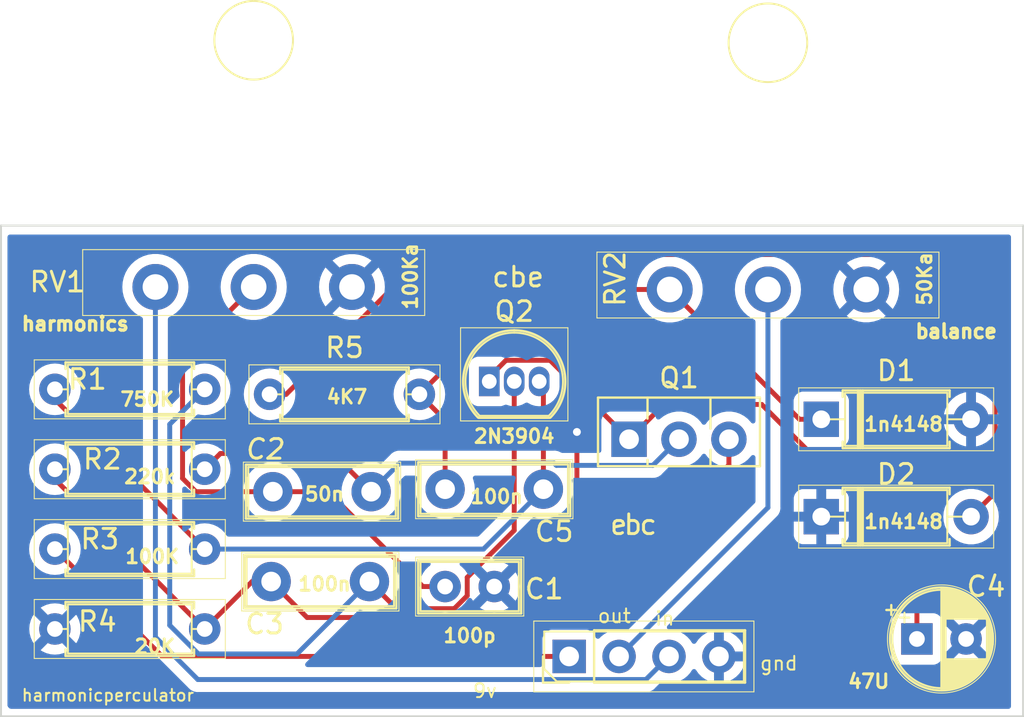
<source format=kicad_pcb>
(kicad_pcb (version 20221018) (generator pcbnew)
  (layers (0 "F.Cu" signal) (31 "B.Cu" signal) (34 "B.Paste" user) (35 "F.Paste" user) (36 "B.SilkS" user "B.Silkscreen") (37 "F.SilkS" user "F.Silkscreen") (38 "B.Mask" user) (39 "F.Mask" user) (44 "Edge.Cuts" user))
  (net 0 "")
  (net 1 "Net-(C1-Pad1)")
  (net 2 "GND")
  (net 3 "Net-(Q1-B)")
  (net 4 "Net-(Q1-E)")
  (net 5 "Net-(Q2-B)")
  (net 6 "Net-(Q1-C)")
  (net 7 "Net-(D1-K)")
  (net 8 "Net-(Q2-C)")
  (net 9 "Net-(D2-A)")
  (net 10 "9V")
  (net 11 "OUT")
  (net 12 "IN")
  (footprint "Resistor_THT:R_Axial_DIN0207_L6.3mm_D2.5mm_P7.62mm_Horizontal" (layer "F.Cu") (at 102.743 120.523)
    (fp_text reference "R4" (at 2.159 -0.381) (layer "F.SilkS"))
    (fp_text value "20K" (at 5.08 0.889) (layer "F.SilkS") (effects (font (size 0.7 0.7))))
    (fp_line (start -1.05 -1.5) (end -1.05 1.5) (stroke (width 0.05)) (layer "F.SilkS"))
    (fp_line (start -1.05 1.5) (end 8.67 1.5) (stroke (width 0.05)) (layer "F.SilkS"))
    (fp_line (start 0 0) (end 0.66 0) (stroke (width 0.1)) (layer "F.SilkS"))
    (fp_line (start 0.54 -1.37) (end 7.08 -1.37) (stroke (width 0.12)) (layer "F.SilkS"))
    (fp_line (start 0.54 -1.04) (end 0.54 -1.37) (stroke (width 0.12)) (layer "F.SilkS"))
    (fp_line (start 0.54 1.04) (end 0.54 1.37) (stroke (width 0.12)) (layer "F.SilkS"))
    (fp_line (start 0.54 1.37) (end 7.08 1.37) (stroke (width 0.12)) (layer "F.SilkS"))
    (fp_line (start 0.66 -1.25) (end 0.66 1.25) (stroke (width 0.1)) (layer "F.SilkS"))
    (fp_line (start 0.66 1.25) (end 6.96 1.25) (stroke (width 0.1)) (layer "F.SilkS"))
    (fp_line (start 6.96 -1.25) (end 0.66 -1.25) (stroke (width 0.1)) (layer "F.SilkS"))
    (fp_line (start 6.96 1.25) (end 6.96 -1.25) (stroke (width 0.1)) (layer "F.SilkS"))
    (fp_line (start 7.08 -1.37) (end 7.08 -1.04) (stroke (width 0.12)) (layer "F.SilkS"))
    (fp_line (start 7.08 1.37) (end 7.08 1.04) (stroke (width 0.12)) (layer "F.SilkS"))
    (fp_line (start 7.62 0) (end 6.96 0) (stroke (width 0.1)) (layer "F.SilkS"))
    (fp_line (start 8.67 -1.5) (end -1.05 -1.5) (stroke (width 0.05)) (layer "F.SilkS"))
    (fp_line (start 8.67 1.5) (end 8.67 -1.5) (stroke (width 0.05)) (layer "F.SilkS"))
    (pad "1" thru_hole circle (at 0 0) (size 1.6 1.6) (drill 0.8) (layers "*.Cu" "*.Mask") (net 2 "GND"))
    (pad "2" thru_hole oval (at 7.62 0) (size 1.6 1.6) (drill 0.8) (layers "*.Cu" "*.Mask") (net 6 "Net-(Q1-C)"))
  )
  (footprint "pedals:Pot_Underside" (layer "F.Cu") (at 144.018 103.251 90)
    (fp_text reference "RV2" (at 0.538 -12.774 90) (layer "F.SilkS"))
    (fp_text value "50Ka" (at 0.538 2.974 90) (layer "F.SilkS") (effects (font (size 0.7 0.7))))
    (fp_line (start -1.45 -13.7) (end -1.45 3.7) (stroke (width 0.05)) (layer "F.SilkS"))
    (fp_line (start -1.45 3.7) (end 1.9 3.7) (stroke (width 0.05)) (layer "F.SilkS"))
    (fp_line (start 1.9 -13.7) (end -1.45 -13.7) (stroke (width 0.05)) (layer "F.SilkS"))
    (fp_line (start 1.9 3.7) (end 1.9 -13.7) (stroke (width 0.05)) (layer "F.SilkS"))
    (fp_circle (center 12.55 -5) (end 14.55 -5) (stroke (width 0.1)) (fill none) (layer "F.SilkS"))
    (pad "1" thru_hole circle (at 0 0 90) (size 2.34 2.34) (drill 1.3) (layers "*.Cu" "*.Mask") (net 2 "GND"))
    (pad "2" thru_hole circle (at 0 -5 90) (size 2.34 2.34) (drill 1.3) (layers "*.Cu" "*.Mask") (net 11 "OUT"))
    (pad "3" thru_hole circle (at 0 -10 90) (size 2.34 2.34) (drill 1.3) (layers "*.Cu" "*.Mask") (net 7 "Net-(D1-K)"))
  )
  (footprint "Capacitor_THT:C_Disc_D7.5mm_W2.5mm_P5.00mm" (layer "F.Cu") (at 122.595 113.411)
    (fp_text reference "C5" (at 5.548 2.159) (layer "F.SilkS"))
    (fp_text value "100n" (at 2.627 0.381) (layer "F.SilkS") (effects (font (size 0.7 0.7))))
    (fp_line (start -1.5 -1.5) (end -1.5 1.5) (stroke (width 0.05)) (layer "F.SilkS"))
    (fp_line (start -1.5 1.5) (end 6.5 1.5) (stroke (width 0.05)) (layer "F.SilkS"))
    (fp_line (start -1.37 -1.37) (end -1.37 1.37) (stroke (width 0.12)) (layer "F.SilkS"))
    (fp_line (start -1.37 -1.37) (end 6.37 -1.37) (stroke (width 0.12)) (layer "F.SilkS"))
    (fp_line (start -1.37 1.37) (end 6.37 1.37) (stroke (width 0.12)) (layer "F.SilkS"))
    (fp_line (start -1.25 -1.25) (end -1.25 1.25) (stroke (width 0.1)) (layer "F.SilkS"))
    (fp_line (start -1.25 1.25) (end 6.25 1.25) (stroke (width 0.1)) (layer "F.SilkS"))
    (fp_line (start 6.25 -1.25) (end -1.25 -1.25) (stroke (width 0.1)) (layer "F.SilkS"))
    (fp_line (start 6.25 1.25) (end 6.25 -1.25) (stroke (width 0.1)) (layer "F.SilkS"))
    (fp_line (start 6.37 -1.37) (end 6.37 1.37) (stroke (width 0.12)) (layer "F.SilkS"))
    (fp_line (start 6.5 -1.5) (end -1.5 -1.5) (stroke (width 0.05)) (layer "F.SilkS"))
    (fp_line (start 6.5 1.5) (end 6.5 -1.5) (stroke (width 0.05)) (layer "F.SilkS"))
    (pad "1" thru_hole circle (at 0 0) (size 2 2) (drill 1) (layers "*.Cu" "*.Mask") (net 7 "Net-(D1-K)"))
    (pad "2" thru_hole circle (at 5 0) (size 2 2) (drill 1) (layers "*.Cu" "*.Mask") (net 8 "Net-(Q2-C)"))
  )
  (footprint "Capacitor_THT:C_Disc_D5.0mm_W2.5mm_P2.50mm" (layer "F.Cu") (at 122.595 118.364)
    (fp_text reference "C1" (at 5.04 0.127) (layer "F.SilkS"))
    (fp_text value "100p" (at 1.25 2.5) (layer "F.SilkS") (effects (font (size 0.7 0.7))))
    (fp_line (start -1.5 -1.5) (end -1.5 1.5) (stroke (width 0.05)) (layer "F.SilkS"))
    (fp_line (start -1.5 1.5) (end 4 1.5) (stroke (width 0.05)) (layer "F.SilkS"))
    (fp_line (start -1.37 -1.37) (end -1.37 1.37) (stroke (width 0.12)) (layer "F.SilkS"))
    (fp_line (start -1.37 -1.37) (end 3.87 -1.37) (stroke (width 0.12)) (layer "F.SilkS"))
    (fp_line (start -1.37 1.37) (end 3.87 1.37) (stroke (width 0.12)) (layer "F.SilkS"))
    (fp_line (start -1.25 -1.25) (end -1.25 1.25) (stroke (width 0.1)) (layer "F.SilkS"))
    (fp_line (start -1.25 1.25) (end 3.75 1.25) (stroke (width 0.1)) (layer "F.SilkS"))
    (fp_line (start 3.75 -1.25) (end -1.25 -1.25) (stroke (width 0.1)) (layer "F.SilkS"))
    (fp_line (start 3.75 1.25) (end 3.75 -1.25) (stroke (width 0.1)) (layer "F.SilkS"))
    (fp_line (start 3.87 -1.37) (end 3.87 1.37) (stroke (width 0.12)) (layer "F.SilkS"))
    (fp_line (start 4 -1.5) (end -1.5 -1.5) (stroke (width 0.05)) (layer "F.SilkS"))
    (fp_line (start 4 1.5) (end 4 -1.5) (stroke (width 0.05)) (layer "F.SilkS"))
    (pad "1" thru_hole circle (at 0 0) (size 1.6 1.6) (drill 0.8) (layers "*.Cu" "*.Mask") (net 1 "Net-(C1-Pad1)"))
    (pad "2" thru_hole circle (at 2.5 0) (size 1.6 1.6) (drill 0.8) (layers "*.Cu" "*.Mask") (net 2 "GND"))
  )
  (footprint "Connector_PinHeader_2.54mm:PinHeader_1x04_P2.54mm_Vertical" (layer "F.Cu") (at 128.905 121.92 90)
    (fp_text reference "J1" hide)
    (fp_text value "Conn_01x04_Female" hide)
    (fp_line (start -1.8 -1.8) (end -1.8 9.4) (stroke (width 0.05)) (layer "F.SilkS"))
    (fp_line (start -1.8 9.4) (end 1.8 9.4) (stroke (width 0.05)) (layer "F.SilkS"))
    (fp_line (start -1.33 -1.33) (end 0 -1.33) (stroke (width 0.12)) (layer "F.SilkS"))
    (fp_line (start -1.33 0) (end -1.33 -1.33) (stroke (width 0.12)) (layer "F.SilkS"))
    (fp_line (start -1.33 1.27) (end -1.33 8.95) (stroke (width 0.12)) (layer "F.SilkS"))
    (fp_line (start -1.33 1.27) (end 1.33 1.27) (stroke (width 0.12)) (layer "F.SilkS"))
    (fp_line (start -1.33 8.95) (end 1.33 8.95) (stroke (width 0.12)) (layer "F.SilkS"))
    (fp_line (start -1.27 -0.635) (end -0.635 -1.27) (stroke (width 0.1)) (layer "F.SilkS"))
    (fp_line (start -1.27 8.89) (end -1.27 -0.635) (stroke (width 0.1)) (layer "F.SilkS"))
    (fp_line (start -0.635 -1.27) (end 1.27 -1.27) (stroke (width 0.1)) (layer "F.SilkS"))
    (fp_line (start 1.27 -1.27) (end 1.27 8.89) (stroke (width 0.1)) (layer "F.SilkS"))
    (fp_line (start 1.27 8.89) (end -1.27 8.89) (stroke (width 0.1)) (layer "F.SilkS"))
    (fp_line (start 1.33 1.27) (end 1.33 8.95) (stroke (width 0.12)) (layer "F.SilkS"))
    (fp_line (start 1.8 -1.8) (end -1.8 -1.8) (stroke (width 0.05)) (layer "F.SilkS"))
    (fp_line (start 1.8 9.4) (end 1.8 -1.8) (stroke (width 0.05)) (layer "F.SilkS"))
    (pad "1" thru_hole rect (at 0 0 90) (size 1.7 1.7) (drill 1) (layers "*.Cu" "*.Mask") (net 10 "9V"))
    (pad "2" thru_hole oval (at 0 2.54 90) (size 1.7 1.7) (drill 1) (layers "*.Cu" "*.Mask") (net 11 "OUT"))
    (pad "3" thru_hole oval (at 0 5.08 90) (size 1.7 1.7) (drill 1) (layers "*.Cu" "*.Mask") (net 12 "IN"))
    (pad "4" thru_hole oval (at 0 7.62 90) (size 1.7 1.7) (drill 1) (layers "*.Cu" "*.Mask") (net 2 "GND"))
  )
  (footprint "Package_TO_SOT_THT:TO-92_Inline" (layer "F.Cu") (at 124.841 107.929)
    (fp_text reference "Q2" (at 1.27 -3.56) (layer "F.SilkS"))
    (fp_text value "2N3904" (at 1.27 2.79) (layer "F.SilkS") (effects (font (size 0.7 0.7))))
    (fp_line (start -1.46 -2.73) (end -1.46 2.01) (stroke (width 0.05)) (layer "F.SilkS"))
    (fp_line (start -1.46 -2.73) (end 4 -2.73) (stroke (width 0.05)) (layer "F.SilkS"))
    (fp_line (start -0.53 1.85) (end 3.07 1.85) (stroke (width 0.12)) (layer "F.SilkS"))
    (fp_line (start -0.5 1.75) (end 3 1.75) (stroke (width 0.1)) (layer "F.SilkS"))
    (fp_line (start 4 2.01) (end -1.46 2.01) (stroke (width 0.05)) (layer "F.SilkS"))
    (fp_line (start 4 2.01) (end 4 -2.73) (stroke (width 0.05)) (layer "F.SilkS"))
    (fp_arc (start -0.568478 1.838478) (mid -1.132087 -0.994977) (end 1.27 -2.6) (stroke (width 0.12)) (layer "F.SilkS"))
    (fp_arc (start -0.483625 1.753625) (mid -1.021221 -0.949055) (end 1.27 -2.48) (stroke (width 0.1)) (layer "F.SilkS"))
    (fp_arc (start 1.27 -2.6) (mid 3.672087 -0.994977) (end 3.108478 1.838478) (stroke (width 0.12)) (layer "F.SilkS"))
    (fp_arc (start 1.27 -2.48) (mid 3.561221 -0.949055) (end 3.023625 1.753625) (stroke (width 0.1)) (layer "F.SilkS"))
    (pad "1" thru_hole rect (at 0 0) (size 1.05 1.5) (drill 0.75) (layers "*.Cu" "*.Mask") (net 4 "Net-(Q1-E)"))
    (pad "2" thru_hole oval (at 1.27 0) (size 1.05 1.5) (drill 0.75) (layers "*.Cu" "*.Mask") (net 5 "Net-(Q2-B)"))
    (pad "3" thru_hole oval (at 2.54 0) (size 1.05 1.5) (drill 0.75) (layers "*.Cu" "*.Mask") (net 8 "Net-(Q2-C)"))
  )
  (footprint "Capacitor_THT:CP_Radial_D5.0mm_P2.50mm" (layer "F.Cu") (at 146.598 121.031)
    (fp_text reference "C4" (at 3.516 -2.667) (layer "F.SilkS"))
    (fp_text value "47U" (at -2.453 2.159) (layer "F.SilkS") (effects (font (size 0.7 0.7))))
    (fp_line (start -1.554775 -1.475) (end -1.054775 -1.475) (stroke (width 0.12)) (layer "F.SilkS"))
    (fp_line (start -1.304775 -1.725) (end -1.304775 -1.225) (stroke (width 0.12)) (layer "F.SilkS"))
    (fp_line (start -0.883605 -1.0875) (end -0.383605 -1.0875) (stroke (width 0.1)) (layer "F.SilkS"))
    (fp_line (start -0.633605 -1.3375) (end -0.633605 -0.8375) (stroke (width 0.1)) (layer "F.SilkS"))
    (fp_line (start 1.25 -2.58) (end 1.25 2.58) (stroke (width 0.12)) (layer "F.SilkS"))
    (fp_line (start 1.29 -2.58) (end 1.29 2.58) (stroke (width 0.12)) (layer "F.SilkS"))
    (fp_line (start 1.33 -2.579) (end 1.33 2.579) (stroke (width 0.12)) (layer "F.SilkS"))
    (fp_line (start 1.37 -2.578) (end 1.37 2.578) (stroke (width 0.12)) (layer "F.SilkS"))
    (fp_line (start 1.41 -2.576) (end 1.41 2.576) (stroke (width 0.12)) (layer "F.SilkS"))
    (fp_line (start 1.45 -2.573) (end 1.45 2.573) (stroke (width 0.12)) (layer "F.SilkS"))
    (fp_line (start 1.49 -2.569) (end 1.49 -1.04) (stroke (width 0.12)) (layer "F.SilkS"))
    (fp_line (start 1.49 1.04) (end 1.49 2.569) (stroke (width 0.12)) (layer "F.SilkS"))
    (fp_line (start 1.53 -2.565) (end 1.53 -1.04) (stroke (width 0.12)) (layer "F.SilkS"))
    (fp_line (start 1.53 1.04) (end 1.53 2.565) (stroke (width 0.12)) (layer "F.SilkS"))
    (fp_line (start 1.57 -2.561) (end 1.57 -1.04) (stroke (width 0.12)) (layer "F.SilkS"))
    (fp_line (start 1.57 1.04) (end 1.57 2.561) (stroke (width 0.12)) (layer "F.SilkS"))
    (fp_line (start 1.61 -2.556) (end 1.61 -1.04) (stroke (width 0.12)) (layer "F.SilkS"))
    (fp_line (start 1.61 1.04) (end 1.61 2.556) (stroke (width 0.12)) (layer "F.SilkS"))
    (fp_line (start 1.65 -2.55) (end 1.65 -1.04) (stroke (width 0.12)) (layer "F.SilkS"))
    (fp_line (start 1.65 1.04) (end 1.65 2.55) (stroke (width 0.12)) (layer "F.SilkS"))
    (fp_line (start 1.69 -2.543) (end 1.69 -1.04) (stroke (width 0.12)) (layer "F.SilkS"))
    (fp_line (start 1.69 1.04) (end 1.69 2.543) (stroke (width 0.12)) (layer "F.SilkS"))
    (fp_line (start 1.73 -2.536) (end 1.73 -1.04) (stroke (width 0.12)) (layer "F.SilkS"))
    (fp_line (start 1.73 1.04) (end 1.73 2.536) (stroke (width 0.12)) (layer "F.SilkS"))
    (fp_line (start 1.77 -2.528) (end 1.77 -1.04) (stroke (width 0.12)) (layer "F.SilkS"))
    (fp_line (start 1.77 1.04) (end 1.77 2.528) (stroke (width 0.12)) (layer "F.SilkS"))
    (fp_line (start 1.81 -2.52) (end 1.81 -1.04) (stroke (width 0.12)) (layer "F.SilkS"))
    (fp_line (start 1.81 1.04) (end 1.81 2.52) (stroke (width 0.12)) (layer "F.SilkS"))
    (fp_line (start 1.85 -2.511) (end 1.85 -1.04) (stroke (width 0.12)) (layer "F.SilkS"))
    (fp_line (start 1.85 1.04) (end 1.85 2.511) (stroke (width 0.12)) (layer "F.SilkS"))
    (fp_line (start 1.89 -2.501) (end 1.89 -1.04) (stroke (width 0.12)) (layer "F.SilkS"))
    (fp_line (start 1.89 1.04) (end 1.89 2.501) (stroke (width 0.12)) (layer "F.SilkS"))
    (fp_line (start 1.93 -2.491) (end 1.93 -1.04) (stroke (width 0.12)) (layer "F.SilkS"))
    (fp_line (start 1.93 1.04) (end 1.93 2.491) (stroke (width 0.12)) (layer "F.SilkS"))
    (fp_line (start 1.971 -2.48) (end 1.971 -1.04) (stroke (width 0.12)) (layer "F.SilkS"))
    (fp_line (start 1.971 1.04) (end 1.971 2.48) (stroke (width 0.12)) (layer "F.SilkS"))
    (fp_line (start 2.011 -2.468) (end 2.011 -1.04) (stroke (width 0.12)) (layer "F.SilkS"))
    (fp_line (start 2.011 1.04) (end 2.011 2.468) (stroke (width 0.12)) (layer "F.SilkS"))
    (fp_line (start 2.051 -2.455) (end 2.051 -1.04) (stroke (width 0.12)) (layer "F.SilkS"))
    (fp_line (start 2.051 1.04) (end 2.051 2.455) (stroke (width 0.12)) (layer "F.SilkS"))
    (fp_line (start 2.091 -2.442) (end 2.091 -1.04) (stroke (width 0.12)) (layer "F.SilkS"))
    (fp_line (start 2.091 1.04) (end 2.091 2.442) (stroke (width 0.12)) (layer "F.SilkS"))
    (fp_line (start 2.131 -2.428) (end 2.131 -1.04) (stroke (width 0.12)) (layer "F.SilkS"))
    (fp_line (start 2.131 1.04) (end 2.131 2.428) (stroke (width 0.12)) (layer "F.SilkS"))
    (fp_line (start 2.171 -2.414) (end 2.171 -1.04) (stroke (width 0.12)) (layer "F.SilkS"))
    (fp_line (start 2.171 1.04) (end 2.171 2.414) (stroke (width 0.12)) (layer "F.SilkS"))
    (fp_line (start 2.211 -2.398) (end 2.211 -1.04) (stroke (width 0.12)) (layer "F.SilkS"))
    (fp_line (start 2.211 1.04) (end 2.211 2.398) (stroke (width 0.12)) (layer "F.SilkS"))
    (fp_line (start 2.251 -2.382) (end 2.251 -1.04) (stroke (width 0.12)) (layer "F.SilkS"))
    (fp_line (start 2.251 1.04) (end 2.251 2.382) (stroke (width 0.12)) (layer "F.SilkS"))
    (fp_line (start 2.291 -2.365) (end 2.291 -1.04) (stroke (width 0.12)) (layer "F.SilkS"))
    (fp_line (start 2.291 1.04) (end 2.291 2.365) (stroke (width 0.12)) (layer "F.SilkS"))
    (fp_line (start 2.331 -2.348) (end 2.331 -1.04) (stroke (width 0.12)) (layer "F.SilkS"))
    (fp_line (start 2.331 1.04) (end 2.331 2.348) (stroke (width 0.12)) (layer "F.SilkS"))
    (fp_line (start 2.371 -2.329) (end 2.371 -1.04) (stroke (width 0.12)) (layer "F.SilkS"))
    (fp_line (start 2.371 1.04) (end 2.371 2.329) (stroke (width 0.12)) (layer "F.SilkS"))
    (fp_line (start 2.411 -2.31) (end 2.411 -1.04) (stroke (width 0.12)) (layer "F.SilkS"))
    (fp_line (start 2.411 1.04) (end 2.411 2.31) (stroke (width 0.12)) (layer "F.SilkS"))
    (fp_line (start 2.451 -2.29) (end 2.451 -1.04) (stroke (width 0.12)) (layer "F.SilkS"))
    (fp_line (start 2.451 1.04) (end 2.451 2.29) (stroke (width 0.12)) (layer "F.SilkS"))
    (fp_line (start 2.491 -2.268) (end 2.491 -1.04) (stroke (width 0.12)) (layer "F.SilkS"))
    (fp_line (start 2.491 1.04) (end 2.491 2.268) (stroke (width 0.12)) (layer "F.SilkS"))
    (fp_line (start 2.531 -2.247) (end 2.531 -1.04) (stroke (width 0.12)) (layer "F.SilkS"))
    (fp_line (start 2.531 1.04) (end 2.531 2.247) (stroke (width 0.12)) (layer "F.SilkS"))
    (fp_line (start 2.571 -2.224) (end 2.571 -1.04) (stroke (width 0.12)) (layer "F.SilkS"))
    (fp_line (start 2.571 1.04) (end 2.571 2.224) (stroke (width 0.12)) (layer "F.SilkS"))
    (fp_line (start 2.611 -2.2) (end 2.611 -1.04) (stroke (width 0.12)) (layer "F.SilkS"))
    (fp_line (start 2.611 1.04) (end 2.611 2.2) (stroke (width 0.12)) (layer "F.SilkS"))
    (fp_line (start 2.651 -2.175) (end 2.651 -1.04) (stroke (width 0.12)) (layer "F.SilkS"))
    (fp_line (start 2.651 1.04) (end 2.651 2.175) (stroke (width 0.12)) (layer "F.SilkS"))
    (fp_line (start 2.691 -2.149) (end 2.691 -1.04) (stroke (width 0.12)) (layer "F.SilkS"))
    (fp_line (start 2.691 1.04) (end 2.691 2.149) (stroke (width 0.12)) (layer "F.SilkS"))
    (fp_line (start 2.731 -2.122) (end 2.731 -1.04) (stroke (width 0.12)) (layer "F.SilkS"))
    (fp_line (start 2.731 1.04) (end 2.731 2.122) (stroke (width 0.12)) (layer "F.SilkS"))
    (fp_line (start 2.771 -2.095) (end 2.771 -1.04) (stroke (width 0.12)) (layer "F.SilkS"))
    (fp_line (start 2.771 1.04) (end 2.771 2.095) (stroke (width 0.12)) (layer "F.SilkS"))
    (fp_line (start 2.811 -2.065) (end 2.811 -1.04) (stroke (width 0.12)) (layer "F.SilkS"))
    (fp_line (start 2.811 1.04) (end 2.811 2.065) (stroke (width 0.12)) (layer "F.SilkS"))
    (fp_line (start 2.851 -2.035) (end 2.851 -1.04) (stroke (width 0.12)) (layer "F.SilkS"))
    (fp_line (start 2.851 1.04) (end 2.851 2.035) (stroke (width 0.12)) (layer "F.SilkS"))
    (fp_line (start 2.891 -2.004) (end 2.891 -1.04) (stroke (width 0.12)) (layer "F.SilkS"))
    (fp_line (start 2.891 1.04) (end 2.891 2.004) (stroke (width 0.12)) (layer "F.SilkS"))
    (fp_line (start 2.931 -1.971) (end 2.931 -1.04) (stroke (width 0.12)) (layer "F.SilkS"))
    (fp_line (start 2.931 1.04) (end 2.931 1.971) (stroke (width 0.12)) (layer "F.SilkS"))
    (fp_line (start 2.971 -1.937) (end 2.971 -1.04) (stroke (width 0.12)) (layer "F.SilkS"))
    (fp_line (start 2.971 1.04) (end 2.971 1.937) (stroke (width 0.12)) (layer "F.SilkS"))
    (fp_line (start 3.011 -1.901) (end 3.011 -1.04) (stroke (width 0.12)) (layer "F.SilkS"))
    (fp_line (start 3.011 1.04) (end 3.011 1.901) (stroke (width 0.12)) (layer "F.SilkS"))
    (fp_line (start 3.051 -1.864) (end 3.051 -1.04) (stroke (width 0.12)) (layer "F.SilkS"))
    (fp_line (start 3.051 1.04) (end 3.051 1.864) (stroke (width 0.12)) (layer "F.SilkS"))
    (fp_line (start 3.091 -1.826) (end 3.091 -1.04) (stroke (width 0.12)) (layer "F.SilkS"))
    (fp_line (start 3.091 1.04) (end 3.091 1.826) (stroke (width 0.12)) (layer "F.SilkS"))
    (fp_line (start 3.131 -1.785) (end 3.131 -1.04) (stroke (width 0.12)) (layer "F.SilkS"))
    (fp_line (start 3.131 1.04) (end 3.131 1.785) (stroke (width 0.12)) (layer "F.SilkS"))
    (fp_line (start 3.171 -1.743) (end 3.171 -1.04) (stroke (width 0.12)) (layer "F.SilkS"))
    (fp_line (start 3.171 1.04) (end 3.171 1.743) (stroke (width 0.12)) (layer "F.SilkS"))
    (fp_line (start 3.211 -1.699) (end 3.211 -1.04) (stroke (width 0.12)) (layer "F.SilkS"))
    (fp_line (start 3.211 1.04) (end 3.211 1.699) (stroke (width 0.12)) (layer "F.SilkS"))
    (fp_line (start 3.251 -1.653) (end 3.251 -1.04) (stroke (width 0.12)) (layer "F.SilkS"))
    (fp_line (start 3.251 1.04) (end 3.251 1.653) (stroke (width 0.12)) (layer "F.SilkS"))
    (fp_line (start 3.291 -1.605) (end 3.291 -1.04) (stroke (width 0.12)) (layer "F.SilkS"))
    (fp_line (start 3.291 1.04) (end 3.291 1.605) (stroke (width 0.12)) (layer "F.SilkS"))
    (fp_line (start 3.331 -1.554) (end 3.331 -1.04) (stroke (width 0.12)) (layer "F.SilkS"))
    (fp_line (start 3.331 1.04) (end 3.331 1.554) (stroke (width 0.12)) (layer "F.SilkS"))
    (fp_line (start 3.371 -1.5) (end 3.371 -1.04) (stroke (width 0.12)) (layer "F.SilkS"))
    (fp_line (start 3.371 1.04) (end 3.371 1.5) (stroke (width 0.12)) (layer "F.SilkS"))
    (fp_line (start 3.411 -1.443) (end 3.411 -1.04) (stroke (width 0.12)) (layer "F.SilkS"))
    (fp_line (start 3.411 1.04) (end 3.411 1.443) (stroke (width 0.12)) (layer "F.SilkS"))
    (fp_line (start 3.451 -1.383) (end 3.451 -1.04) (stroke (width 0.12)) (layer "F.SilkS"))
    (fp_line (start 3.451 1.04) (end 3.451 1.383) (stroke (width 0.12)) (layer "F.SilkS"))
    (fp_line (start 3.491 -1.319) (end 3.491 -1.04) (stroke (width 0.12)) (layer "F.SilkS"))
    (fp_line (start 3.491 1.04) (end 3.491 1.319) (stroke (width 0.12)) (layer "F.SilkS"))
    (fp_line (start 3.531 -1.251) (end 3.531 -1.04) (stroke (width 0.12)) (layer "F.SilkS"))
    (fp_line (start 3.531 1.04) (end 3.531 1.251) (stroke (width 0.12)) (layer "F.SilkS"))
    (fp_line (start 3.571 -1.178) (end 3.571 1.178) (stroke (width 0.12)) (layer "F.SilkS"))
    (fp_line (start 3.611 -1.098) (end 3.611 1.098) (stroke (width 0.12)) (layer "F.SilkS"))
    (fp_line (start 3.651 -1.011) (end 3.651 1.011) (stroke (width 0.12)) (layer "F.SilkS"))
    (fp_line (start 3.691 -0.915) (end 3.691 0.915) (stroke (width 0.12)) (layer "F.SilkS"))
    (fp_line (start 3.731 -0.805) (end 3.731 0.805) (stroke (width 0.12)) (layer "F.SilkS"))
    (fp_line (start 3.771 -0.677) (end 3.771 0.677) (stroke (width 0.12)) (layer "F.SilkS"))
    (fp_line (start 3.811 -0.518) (end 3.811 0.518) (stroke (width 0.12)) (layer "F.SilkS"))
    (fp_line (start 3.851 -0.284) (end 3.851 0.284) (stroke (width 0.12)) (layer "F.SilkS"))
    (fp_circle (center 1.25 0) (end 3.75 0) (stroke (width 0.1)) (fill none) (layer "F.SilkS"))
    (fp_circle (center 1.25 0) (end 3.87 0) (stroke (width 0.12)) (fill none) (layer "F.SilkS"))
    (fp_circle (center 1.25 0) (end 4 0) (stroke (width 0.05)) (fill none) (layer "F.SilkS"))
    (pad "1" thru_hole rect (at 0 0) (size 1.6 1.6) (drill 0.8) (layers "*.Cu" "*.Mask") (net 4 "Net-(Q1-E)"))
    (pad "2" thru_hole circle (at 2.5 0) (size 1.6 1.6) (drill 0.8) (layers "*.Cu" "*.Mask") (net 2 "GND"))
  )
  (footprint "Capacitor_THT:C_Disc_D7.5mm_W2.5mm_P5.00mm" (layer "F.Cu") (at 113.745 118.11)
    (fp_text reference "C3" (at -0.334 2.159) (layer "F.SilkS"))
    (fp_text value "100n" (at 2.714 0.127) (layer "F.SilkS") (effects (font (size 0.7 0.7))))
    (fp_line (start -1.5 -1.5) (end -1.5 1.5) (stroke (width 0.05)) (layer "F.SilkS"))
    (fp_line (start -1.5 1.5) (end 6.5 1.5) (stroke (width 0.05)) (layer "F.SilkS"))
    (fp_line (start -1.37 -1.37) (end -1.37 1.37) (stroke (width 0.12)) (layer "F.SilkS"))
    (fp_line (start -1.37 -1.37) (end 6.37 -1.37) (stroke (width 0.12)) (layer "F.SilkS"))
    (fp_line (start -1.37 1.37) (end 6.37 1.37) (stroke (width 0.12)) (layer "F.SilkS"))
    (fp_line (start -1.25 -1.25) (end -1.25 1.25) (stroke (width 0.1)) (layer "F.SilkS"))
    (fp_line (start -1.25 1.25) (end 6.25 1.25) (stroke (width 0.1)) (layer "F.SilkS"))
    (fp_line (start 6.25 -1.25) (end -1.25 -1.25) (stroke (width 0.1)) (layer "F.SilkS"))
    (fp_line (start 6.25 1.25) (end 6.25 -1.25) (stroke (width 0.1)) (layer "F.SilkS"))
    (fp_line (start 6.37 -1.37) (end 6.37 1.37) (stroke (width 0.12)) (layer "F.SilkS"))
    (fp_line (start 6.5 -1.5) (end -1.5 -1.5) (stroke (width 0.05)) (layer "F.SilkS"))
    (fp_line (start 6.5 1.5) (end 6.5 -1.5) (stroke (width 0.05)) (layer "F.SilkS"))
    (pad "1" thru_hole circle (at 0 0) (size 2 2) (drill 1) (layers "*.Cu" "*.Mask") (net 6 "Net-(Q1-C)"))
    (pad "2" thru_hole circle (at 5 0) (size 2 2) (drill 1) (layers "*.Cu" "*.Mask") (net 5 "Net-(Q2-B)"))
  )
  (footprint "Capacitor_THT:C_Disc_D7.5mm_W2.5mm_P5.00mm" (layer "F.Cu") (at 113.832 113.538)
    (fp_text reference "C2" (at -0.421 -2.159) (layer "F.SilkS") (effects (font (thickness 0.15) italic)))
    (fp_text value "50n" (at 2.627 0.127) (layer "F.SilkS") (effects (font (size 0.7 0.7))))
    (fp_line (start -1.5 -1.5) (end -1.5 1.5) (stroke (width 0.05)) (layer "F.SilkS"))
    (fp_line (start -1.5 1.5) (end 6.5 1.5) (stroke (width 0.05)) (layer "F.SilkS"))
    (fp_line (start -1.37 -1.37) (end -1.37 1.37) (stroke (width 0.12)) (layer "F.SilkS"))
    (fp_line (start -1.37 -1.37) (end 6.37 -1.37) (stroke (width 0.12)) (layer "F.SilkS"))
    (fp_line (start -1.37 1.37) (end 6.37 1.37) (stroke (width 0.12)) (layer "F.SilkS"))
    (fp_line (start -1.25 -1.25) (end -1.25 1.25) (stroke (width 0.1)) (layer "F.SilkS"))
    (fp_line (start -1.25 1.25) (end 6.25 1.25) (stroke (width 0.1)) (layer "F.SilkS"))
    (fp_line (start 6.25 -1.25) (end -1.25 -1.25) (stroke (width 0.1)) (layer "F.SilkS"))
    (fp_line (start 6.25 1.25) (end 6.25 -1.25) (stroke (width 0.1)) (layer "F.SilkS"))
    (fp_line (start 6.37 -1.37) (end 6.37 1.37) (stroke (width 0.12)) (layer "F.SilkS"))
    (fp_line (start 6.5 -1.5) (end -1.5 -1.5) (stroke (width 0.05)) (layer "F.SilkS"))
    (fp_line (start 6.5 1.5) (end 6.5 -1.5) (stroke (width 0.05)) (layer "F.SilkS"))
    (pad "1" thru_hole circle (at 0 0) (size 2 2) (drill 1) (layers "*.Cu" "*.Mask") (net 1 "Net-(C1-Pad1)"))
    (pad "2" thru_hole circle (at 5 0) (size 2 2) (drill 1) (layers "*.Cu" "*.Mask") (net 3 "Net-(Q1-B)"))
  )
  (footprint "Resistor_THT:R_Axial_DIN0207_L6.3mm_D2.5mm_P7.62mm_Horizontal" (layer "F.Cu") (at 110.363 112.395 180)
    (fp_text reference "R2" (at 5.207 0.508) (layer "F.SilkS"))
    (fp_text value "220k" (at 2.794 -0.381) (layer "F.SilkS") (effects (font (size 0.7 0.7))))
    (fp_line (start -1.05 -1.5) (end -1.05 1.5) (stroke (width 0.05)) (layer "F.SilkS"))
    (fp_line (start -1.05 1.5) (end 8.67 1.5) (stroke (width 0.05)) (layer "F.SilkS"))
    (fp_line (start 0 0) (end 0.66 0) (stroke (width 0.1)) (layer "F.SilkS"))
    (fp_line (start 0.54 -1.37) (end 7.08 -1.37) (stroke (width 0.12)) (layer "F.SilkS"))
    (fp_line (start 0.54 -1.04) (end 0.54 -1.37) (stroke (width 0.12)) (layer "F.SilkS"))
    (fp_line (start 0.54 1.04) (end 0.54 1.37) (stroke (width 0.12)) (layer "F.SilkS"))
    (fp_line (start 0.54 1.37) (end 7.08 1.37) (stroke (width 0.12)) (layer "F.SilkS"))
    (fp_line (start 0.66 -1.25) (end 0.66 1.25) (stroke (width 0.1)) (layer "F.SilkS"))
    (fp_line (start 0.66 1.25) (end 6.96 1.25) (stroke (width 0.1)) (layer "F.SilkS"))
    (fp_line (start 6.96 -1.25) (end 0.66 -1.25) (stroke (width 0.1)) (layer "F.SilkS"))
    (fp_line (start 6.96 1.25) (end 6.96 -1.25) (stroke (width 0.1)) (layer "F.SilkS"))
    (fp_line (start 7.08 -1.37) (end 7.08 -1.04) (stroke (width 0.12)) (layer "F.SilkS"))
    (fp_line (start 7.08 1.37) (end 7.08 1.04) (stroke (width 0.12)) (layer "F.SilkS"))
    (fp_line (start 7.62 0) (end 6.96 0) (stroke (width 0.1)) (layer "F.SilkS"))
    (fp_line (start 8.67 -1.5) (end -1.05 -1.5) (stroke (width 0.05)) (layer "F.SilkS"))
    (fp_line (start 8.67 1.5) (end 8.67 -1.5) (stroke (width 0.05)) (layer "F.SilkS"))
    (pad "1" thru_hole circle (at 0 0 180) (size 1.6 1.6) (drill 0.8) (layers "*.Cu" "*.Mask") (net 3 "Net-(Q1-B)"))
    (pad "2" thru_hole oval (at 7.62 0 180) (size 1.6 1.6) (drill 0.8) (layers "*.Cu" "*.Mask") (net 6 "Net-(Q1-C)"))
  )
  (footprint "Resistor_THT:R_Axial_DIN0207_L6.3mm_D2.5mm_P7.62mm_Horizontal" (layer "F.Cu") (at 102.743 116.459)
    (fp_text reference "R3" (at 2.286 -0.508) (layer "F.SilkS"))
    (fp_text value "100K" (at 4.953 0.381) (layer "F.SilkS") (effects (font (size 0.7 0.7))))
    (fp_line (start -1.05 -1.5) (end -1.05 1.5) (stroke (width 0.05)) (layer "F.SilkS"))
    (fp_line (start -1.05 1.5) (end 8.67 1.5) (stroke (width 0.05)) (layer "F.SilkS"))
    (fp_line (start 0 0) (end 0.66 0) (stroke (width 0.1)) (layer "F.SilkS"))
    (fp_line (start 0.54 -1.37) (end 7.08 -1.37) (stroke (width 0.12)) (layer "F.SilkS"))
    (fp_line (start 0.54 -1.04) (end 0.54 -1.37) (stroke (width 0.12)) (layer "F.SilkS"))
    (fp_line (start 0.54 1.04) (end 0.54 1.37) (stroke (width 0.12)) (layer "F.SilkS"))
    (fp_line (start 0.54 1.37) (end 7.08 1.37) (stroke (width 0.12)) (layer "F.SilkS"))
    (fp_line (start 0.66 -1.25) (end 0.66 1.25) (stroke (width 0.1)) (layer "F.SilkS"))
    (fp_line (start 0.66 1.25) (end 6.96 1.25) (stroke (width 0.1)) (layer "F.SilkS"))
    (fp_line (start 6.96 -1.25) (end 0.66 -1.25) (stroke (width 0.1)) (layer "F.SilkS"))
    (fp_line (start 6.96 1.25) (end 6.96 -1.25) (stroke (width 0.1)) (layer "F.SilkS"))
    (fp_line (start 7.08 -1.37) (end 7.08 -1.04) (stroke (width 0.12)) (layer "F.SilkS"))
    (fp_line (start 7.08 1.37) (end 7.08 1.04) (stroke (width 0.12)) (layer "F.SilkS"))
    (fp_line (start 7.62 0) (end 6.96 0) (stroke (width 0.1)) (layer "F.SilkS"))
    (fp_line (start 8.67 -1.5) (end -1.05 -1.5) (stroke (width 0.05)) (layer "F.SilkS"))
    (fp_line (start 8.67 1.5) (end 8.67 -1.5) (stroke (width 0.05)) (layer "F.SilkS"))
    (pad "1" thru_hole circle (at 0 0) (size 1.6 1.6) (drill 0.8) (layers "*.Cu" "*.Mask") (net 10 "9V"))
    (pad "2" thru_hole oval (at 7.62 0) (size 1.6 1.6) (drill 0.8) (layers "*.Cu" "*.Mask") (net 8 "Net-(Q2-C)"))
  )
  (footprint "Resistor_THT:R_Axial_DIN0207_L6.3mm_D2.5mm_P7.62mm_Horizontal" (layer "F.Cu") (at 110.363 108.331 180)
    (fp_text reference "R1" (at 5.969 0.508) (layer "F.SilkS"))
    (fp_text value "750K" (at 2.921 -0.508) (layer "F.SilkS") (effects (font (size 0.7 0.7))))
    (fp_line (start -1.05 -1.5) (end -1.05 1.5) (stroke (width 0.05)) (layer "F.SilkS"))
    (fp_line (start -1.05 1.5) (end 8.67 1.5) (stroke (width 0.05)) (layer "F.SilkS"))
    (fp_line (start 0 0) (end 0.66 0) (stroke (width 0.1)) (layer "F.SilkS"))
    (fp_line (start 0.54 -1.37) (end 7.08 -1.37) (stroke (width 0.12)) (layer "F.SilkS"))
    (fp_line (start 0.54 -1.04) (end 0.54 -1.37) (stroke (width 0.12)) (layer "F.SilkS"))
    (fp_line (start 0.54 1.04) (end 0.54 1.37) (stroke (width 0.12)) (layer "F.SilkS"))
    (fp_line (start 0.54 1.37) (end 7.08 1.37) (stroke (width 0.12)) (layer "F.SilkS"))
    (fp_line (start 0.66 -1.25) (end 0.66 1.25) (stroke (width 0.1)) (layer "F.SilkS"))
    (fp_line (start 0.66 1.25) (end 6.96 1.25) (stroke (width 0.1)) (layer "F.SilkS"))
    (fp_line (start 6.96 -1.25) (end 0.66 -1.25) (stroke (width 0.1)) (layer "F.SilkS"))
    (fp_line (start 6.96 1.25) (end 6.96 -1.25) (stroke (width 0.1)) (layer "F.SilkS"))
    (fp_line (start 7.08 -1.37) (end 7.08 -1.04) (stroke (width 0.12)) (layer "F.SilkS"))
    (fp_line (start 7.08 1.37) (end 7.08 1.04) (stroke (width 0.12)) (layer "F.SilkS"))
    (fp_line (start 7.62 0) (end 6.96 0) (stroke (width 0.1)) (layer "F.SilkS"))
    (fp_line (start 8.67 -1.5) (end -1.05 -1.5) (stroke (width 0.05)) (layer "F.SilkS"))
    (fp_line (start 8.67 1.5) (end 8.67 -1.5) (stroke (width 0.05)) (layer "F.SilkS"))
    (pad "1" thru_hole circle (at 0 0 180) (size 1.6 1.6) (drill 0.8) (layers "*.Cu" "*.Mask") (net 5 "Net-(Q2-B)"))
    (pad "2" thru_hole oval (at 7.62 0 180) (size 1.6 1.6) (drill 0.8) (layers "*.Cu" "*.Mask") (net 8 "Net-(Q2-C)"))
  )
  (footprint "Package_TO_SOT_THT:TO-126-3_Vertical" (layer "F.Cu") (at 131.953 110.871)
    (fp_text reference "Q1" (at 2.54 -3.12) (layer "F.SilkS"))
    (fp_text value "AC128")
    (fp_line (start -1.58 -2.12) (end -1.58 1.37) (stroke (width 0.12)) (layer "F.SilkS"))
    (fp_line (start -1.58 -2.12) (end 6.66 -2.12) (stroke (width 0.12)) (layer "F.SilkS"))
    (fp_line (start -1.58 1.37) (end 6.66 1.37) (stroke (width 0.12)) (layer "F.SilkS"))
    (fp_line (start 0.94 -2.12) (end 0.94 -1.05) (stroke (width 0.12)) (layer "F.SilkS"))
    (fp_line (start 0.94 1.05) (end 0.94 1.37) (stroke (width 0.12)) (layer "F.SilkS"))
    (fp_line (start 4.141 -2.12) (end 4.141 -0.54) (stroke (width 0.12)) (layer "F.SilkS"))
    (fp_line (start 4.141 0.54) (end 4.141 1.37) (stroke (width 0.12)) (layer "F.SilkS"))
    (fp_line (start 6.66 -2.12) (end 6.66 1.37) (stroke (width 0.12)) (layer "F.SilkS"))
    (pad "1" thru_hole rect (at 0 0) (size 1.8 1.8) (drill 1) (layers "*.Cu" "*.Mask") (net 4 "Net-(Q1-E)"))
    (pad "2" thru_hole oval (at 2.54 0) (size 1.8 1.8) (drill 1) (layers "*.Cu" "*.Mask") (net 3 "Net-(Q1-B)"))
    (pad "3" thru_hole oval (at 5.08 0) (size 1.8 1.8) (drill 1) (layers "*.Cu" "*.Mask") (net 6 "Net-(Q1-C)"))
  )
  (footprint "Diode_THT:D_A-405_P7.62mm_Horizontal" (layer "F.Cu") (at 141.732 114.808)
    (fp_text reference "D2" (at 3.81 -2.159) (layer "F.SilkS"))
    (fp_text value "1n4148" (at 4.191 0.254) (layer "F.SilkS") (effects (font (size 0.7 0.7))))
    (fp_line (start -1.15 -1.6) (end -1.15 1.6) (stroke (width 0.05)) (layer "F.SilkS"))
    (fp_line (start -1.15 1.6) (end 8.77 1.6) (stroke (width 0.05)) (layer "F.SilkS"))
    (fp_line (start 0 0) (end 1.21 0) (stroke (width 0.1)) (layer "F.SilkS"))
    (fp_line (start 1.09 -1.47) (end 6.53 -1.47) (stroke (width 0.12)) (layer "F.SilkS"))
    (fp_line (start 1.09 -1.14) (end 1.09 -1.47) (stroke (width 0.12)) (layer "F.SilkS"))
    (fp_line (start 1.09 1.14) (end 1.09 1.47) (stroke (width 0.12)) (layer "F.SilkS"))
    (fp_line (start 1.09 1.47) (end 6.53 1.47) (stroke (width 0.12)) (layer "F.SilkS"))
    (fp_line (start 1.21 -1.35) (end 1.21 1.35) (stroke (width 0.1)) (layer "F.SilkS"))
    (fp_line (start 1.21 1.35) (end 6.41 1.35) (stroke (width 0.1)) (layer "F.SilkS"))
    (fp_line (start 1.87 -1.47) (end 1.87 1.47) (stroke (width 0.12)) (layer "F.SilkS"))
    (fp_line (start 1.89 -1.35) (end 1.89 1.35) (stroke (width 0.1)) (layer "F.SilkS"))
    (fp_line (start 1.99 -1.47) (end 1.99 1.47) (stroke (width 0.12)) (layer "F.SilkS"))
    (fp_line (start 1.99 -1.35) (end 1.99 1.35) (stroke (width 0.1)) (layer "F.SilkS"))
    (fp_line (start 2.09 -1.35) (end 2.09 1.35) (stroke (width 0.1)) (layer "F.SilkS"))
    (fp_line (start 2.11 -1.47) (end 2.11 1.47) (stroke (width 0.12)) (layer "F.SilkS"))
    (fp_line (start 6.41 -1.35) (end 1.21 -1.35) (stroke (width 0.1)) (layer "F.SilkS"))
    (fp_line (start 6.41 1.35) (end 6.41 -1.35) (stroke (width 0.1)) (layer "F.SilkS"))
    (fp_line (start 6.53 -1.47) (end 6.53 -1.14) (stroke (width 0.12)) (layer "F.SilkS"))
    (fp_line (start 6.53 1.47) (end 6.53 1.14) (stroke (width 0.12)) (layer "F.SilkS"))
    (fp_line (start 7.62 0) (end 6.41 0) (stroke (width 0.1)) (layer "F.SilkS"))
    (fp_line (start 8.77 -1.6) (end -1.15 -1.6) (stroke (width 0.05)) (layer "F.SilkS"))
    (fp_line (start 8.77 1.6) (end 8.77 -1.6) (stroke (width 0.05)) (layer "F.SilkS"))
    (pad "1" thru_hole rect (at 0 0) (size 1.8 1.8) (drill 0.9) (layers "*.Cu" "*.Mask") (net 2 "GND"))
    (pad "2" thru_hole oval (at 7.62 0) (size 1.8 1.8) (drill 0.9) (layers "*.Cu" "*.Mask") (net 9 "Net-(D2-A)"))
  )
  (footprint "Resistor_THT:R_Axial_DIN0207_L6.3mm_D2.5mm_P7.62mm_Horizontal" (layer "F.Cu") (at 113.665 108.585)
    (fp_text reference "R5" (at 3.81 -2.37) (layer "F.SilkS"))
    (fp_text value "4K7" (at 3.937 0.127) (layer "F.SilkS") (effects (font (size 0.7 0.7))))
    (fp_line (start -1.05 -1.5) (end -1.05 1.5) (stroke (width 0.05)) (layer "F.SilkS"))
    (fp_line (start -1.05 1.5) (end 8.67 1.5) (stroke (width 0.05)) (layer "F.SilkS"))
    (fp_line (start 0 0) (end 0.66 0) (stroke (width 0.1)) (layer "F.SilkS"))
    (fp_line (start 0.54 -1.37) (end 7.08 -1.37) (stroke (width 0.12)) (layer "F.SilkS"))
    (fp_line (start 0.54 -1.04) (end 0.54 -1.37) (stroke (width 0.12)) (layer "F.SilkS"))
    (fp_line (start 0.54 1.04) (end 0.54 1.37) (stroke (width 0.12)) (layer "F.SilkS"))
    (fp_line (start 0.54 1.37) (end 7.08 1.37) (stroke (width 0.12)) (layer "F.SilkS"))
    (fp_line (start 0.66 -1.25) (end 0.66 1.25) (stroke (width 0.1)) (layer "F.SilkS"))
    (fp_line (start 0.66 1.25) (end 6.96 1.25) (stroke (width 0.1)) (layer "F.SilkS"))
    (fp_line (start 6.96 -1.25) (end 0.66 -1.25) (stroke (width 0.1)) (layer "F.SilkS"))
    (fp_line (start 6.96 1.25) (end 6.96 -1.25) (stroke (width 0.1)) (layer "F.SilkS"))
    (fp_line (start 7.08 -1.37) (end 7.08 -1.04) (stroke (width 0.12)) (layer "F.SilkS"))
    (fp_line (start 7.08 1.37) (end 7.08 1.04) (stroke (width 0.12)) (layer "F.SilkS"))
    (fp_line (start 7.62 0) (end 6.96 0) (stroke (width 0.1)) (layer "F.SilkS"))
    (fp_line (start 8.67 -1.5) (end -1.05 -1.5) (stroke (width 0.05)) (layer "F.SilkS"))
    (fp_line (start 8.67 1.5) (end 8.67 -1.5) (stroke (width 0.05)) (layer "F.SilkS"))
    (pad "1" thru_hole circle (at 0 0) (size 1.6 1.6) (drill 0.8) (layers "*.Cu" "*.Mask") (net 9 "Net-(D2-A)"))
    (pad "2" thru_hole oval (at 7.62 0) (size 1.6 1.6) (drill 0.8) (layers "*.Cu" "*.Mask") (net 7 "Net-(D1-K)"))
  )
  (footprint "pedals:Pot_Underside" (layer "F.Cu") (at 117.856 103.124 90)
    (fp_text reference "RV1" (at 0.254 -14.986 180) (layer "F.SilkS"))
    (fp_text value "100Ka" (at 0.538 2.974 90) (layer "F.SilkS") (effects (font (size 0.7 0.7))))
    (fp_line (start -1.45 -13.7) (end -1.45 3.7) (stroke (width 0.05)) (layer "F.SilkS"))
    (fp_line (start -1.45 3.7) (end 1.9 3.7) (stroke (width 0.05)) (layer "F.SilkS"))
    (fp_line (start 1.9 -13.7) (end -1.45 -13.7) (stroke (width 0.05)) (layer "F.SilkS"))
    (fp_line (start 1.9 3.7) (end 1.9 -13.7) (stroke (width 0.05)) (layer "F.SilkS"))
    (fp_circle (center 12.55 -5) (end 14.55 -5) (stroke (width 0.1)) (fill none) (layer "F.SilkS"))
    (pad "1" thru_hole circle (at 0 0 90) (size 2.34 2.34) (drill 1.3) (layers "*.Cu" "*.Mask") (net 2 "GND"))
    (pad "2" thru_hole circle (at 0 -5 90) (size 2.34 2.34) (drill 1.3) (layers "*.Cu" "*.Mask") (net 1 "Net-(C1-Pad1)"))
    (pad "3" thru_hole circle (at 0 -10 90) (size 2.34 2.34) (drill 1.3) (layers "*.Cu" "*.Mask") (net 12 "IN"))
  )
  (footprint "Diode_THT:D_A-405_P7.62mm_Horizontal" (layer "F.Cu") (at 141.732 109.855)
    (fp_text reference "D1" (at 3.81 -2.47) (layer "F.SilkS"))
    (fp_text value "1n4148" (at 4.191 0.254) (layer "F.SilkS") (effects (font (size 0.7 0.7))))
    (fp_line (start -1.15 -1.6) (end -1.15 1.6) (stroke (width 0.05)) (layer "F.SilkS"))
    (fp_line (start -1.15 1.6) (end 8.77 1.6) (stroke (width 0.05)) (layer "F.SilkS"))
    (fp_line (start 0 0) (end 1.21 0) (stroke (width 0.1)) (layer "F.SilkS"))
    (fp_line (start 1.09 -1.47) (end 6.53 -1.47) (stroke (width 0.12)) (layer "F.SilkS"))
    (fp_line (start 1.09 -1.14) (end 1.09 -1.47) (stroke (width 0.12)) (layer "F.SilkS"))
    (fp_line (start 1.09 1.14) (end 1.09 1.47) (stroke (width 0.12)) (layer "F.SilkS"))
    (fp_line (start 1.09 1.47) (end 6.53 1.47) (stroke (width 0.12)) (layer "F.SilkS"))
    (fp_line (start 1.21 -1.35) (end 1.21 1.35) (stroke (width 0.1)) (layer "F.SilkS"))
    (fp_line (start 1.21 1.35) (end 6.41 1.35) (stroke (width 0.1)) (layer "F.SilkS"))
    (fp_line (start 1.87 -1.47) (end 1.87 1.47) (stroke (width 0.12)) (layer "F.SilkS"))
    (fp_line (start 1.89 -1.35) (end 1.89 1.35) (stroke (width 0.1)) (layer "F.SilkS"))
    (fp_line (start 1.99 -1.47) (end 1.99 1.47) (stroke (width 0.12)) (layer "F.SilkS"))
    (fp_line (start 1.99 -1.35) (end 1.99 1.35) (stroke (width 0.1)) (layer "F.SilkS"))
    (fp_line (start 2.09 -1.35) (end 2.09 1.35) (stroke (width 0.1)) (layer "F.SilkS"))
    (fp_line (start 2.11 -1.47) (end 2.11 1.47) (stroke (width 0.12)) (layer "F.SilkS"))
    (fp_line (start 6.41 -1.35) (end 1.21 -1.35) (stroke (width 0.1)) (layer "F.SilkS"))
    (fp_line (start 6.41 1.35) (end 6.41 -1.35) (stroke (width 0.1)) (layer "F.SilkS"))
    (fp_line (start 6.53 -1.47) (end 6.53 -1.14) (stroke (width 0.12)) (layer "F.SilkS"))
    (fp_line (start 6.53 1.47) (end 6.53 1.14) (stroke (width 0.12)) (layer "F.SilkS"))
    (fp_line (start 7.62 0) (end 6.41 0) (stroke (width 0.1)) (layer "F.SilkS"))
    (fp_line (start 8.77 -1.6) (end -1.15 -1.6) (stroke (width 0.05)) (layer "F.SilkS"))
    (fp_line (start 8.77 1.6) (end 8.77 -1.6) (stroke (width 0.05)) (layer "F.SilkS"))
    (pad "1" thru_hole rect (at 0 0) (size 1.8 1.8) (drill 0.9) (layers "*.Cu" "*.Mask") (net 7 "Net-(D1-K)"))
    (pad "2" thru_hole oval (at 7.62 0) (size 1.8 1.8) (drill 0.9) (layers "*.Cu" "*.Mask") (net 2 "GND"))
  )
  (gr_line (start 100 100) (end 152 100) (stroke (width 0.1)) (layer "Edge.Cuts"))
  (gr_line (start 152 124.968) (end 100 124.968) (stroke (width 0.1)) (layer "Edge.Cuts"))
  (gr_line (start 100 100) (end 100 124.968) (stroke (width 0.1)) (layer "Edge.Cuts"))
  (gr_line (start 152 124.968) (end 152 100) (stroke (width 0.1)) (layer "Edge.Cuts"))
  (gr_text "e" (at 130.9 115.8) (layer "F.SilkS") (effects (font (size 1 1)) (justify left bottom)))
  (gr_text "harmonics\n" (at 100.965 105.41) (layer "F.SilkS") (effects (font (size 0.7 0.7) (thickness 0.175) bold) (justify left bottom)))
  (gr_text "in" (at 133.223 120.396) (layer "F.SilkS") (effects (font (size 0.7 0.7) (thickness 0.1)) (justify left bottom)))
  (gr_text "9v" (at 123.952 124.079) (layer "F.SilkS") (effects (font (size 0.7 0.7) (thickness 0.1)) (justify left bottom)))
  (gr_text "out" (at 130.302 120.269) (layer "F.SilkS") (effects (font (size 0.7 0.7) (thickness 0.1)) (justify left bottom)))
  (gr_text "c" (at 132.4 115.8) (layer "F.SilkS") (effects (font (size 1 1)) (justify left bottom)))
  (gr_text "gnd" (at 138.557 122.682) (layer "F.SilkS") (effects (font (size 0.7 0.7) (thickness 0.1)) (justify left bottom)))
  (gr_text "harmonicperculator" (at 101 124.25) (layer "F.SilkS") (effects (font (size 0.6 0.6) (thickness 0.1) bold) (justify left bottom)))
  (gr_text "balance" (at 146.431 105.791) (layer "F.SilkS") (effects (font (size 0.7 0.7) (thickness 0.175) bold) (justify left bottom)))
  (gr_text "b" (at 131.6 115.8) (layer "F.SilkS") (effects (font (size 1 1)) (justify left bottom)))
  (gr_text "cbe" (at 124.9 103.2) (layer "F.SilkS") (effects (font (size 1 1)) (justify left bottom)))
  (segment (start 116.63763 113.538) (end 113.832 113.538) (width 0.25) (layer "F.Cu") (net 1))
  (segment (start 109.238 106.742) (end 112.856 103.124) (width 0.25) (layer "F.Cu") (net 1))
  (segment (start 121.46363 118.364) (end 116.63763 113.538) (width 0.25) (layer "F.Cu") (net 1))
  (segment (start 113.832 113.538) (end 109.915009 113.538) (width 0.25) (layer "F.Cu") (net 1))
  (segment (start 109.915009 113.538) (end 109.238 112.860991) (width 0.25) (layer "F.Cu") (net 1))
  (segment (start 122.595 118.364) (end 121.46363 118.364) (width 0.25) (layer "F.Cu") (net 1))
  (segment (start 109.238 112.860991) (end 109.238 106.742) (width 0.25) (layer "F.Cu") (net 1))
  (segment (start 129.3 114.159) (end 129.3 110.5) (width 0.25) (layer "F.Cu") (net 2))
  (segment (start 125.095 118.364) (end 129.3 114.159) (width 0.25) (layer "F.Cu") (net 2))
  (via (at 129.3 110.5) (size 0.8) (drill 0.4) (layers "F.Cu" "B.Cu") (net 2))
  (segment (start 110.363 112.395) (end 111.162999 111.595001) (width 0.25) (layer "F.Cu") (net 3))
  (segment (start 111.162999 111.595001) (end 116.889001 111.595001) (width 0.25) (layer "F.Cu") (net 3))
  (segment (start 116.889001 111.595001) (end 118.832 113.538) (width 0.25) (layer "F.Cu") (net 3))
  (segment (start 133.164 112.2) (end 134.493 110.871) (width 0.25) (layer "B.Cu") (net 3))
  (segment (start 128.257833 112.2) (end 133.164 112.2) (width 0.25) (layer "B.Cu") (net 3))
  (segment (start 118.832 113.538) (end 120.284 112.086) (width 0.25) (layer "B.Cu") (net 3))
  (segment (start 128.143833 112.086) (end 128.257833 112.2) (width 0.25) (layer "B.Cu") (net 3))
  (segment (start 120.284 112.086) (end 128.143833 112.086) (width 0.25) (layer "B.Cu") (net 3))
  (segment (start 124.841 107.704) (end 124.841 107.929) (width 0.25) (layer "F.Cu") (net 4))
  (segment (start 125.691 106.854) (end 124.841 107.704) (width 0.25) (layer "F.Cu") (net 4))
  (segment (start 131.953 110.871) (end 127.936 106.854) (width 0.25) (layer "F.Cu") (net 4))
  (segment (start 146.598 116.998) (end 146.598 121.031) (width 0.25) (layer "F.Cu") (net 4))
  (segment (start 133.724 109.1) (end 138.7 109.1) (width 0.25) (layer "F.Cu") (net 4))
  (segment (start 138.7 109.1) (end 146.598 116.998) (width 0.25) (layer "F.Cu") (net 4))
  (segment (start 127.936 106.854) (end 125.691 106.854) (width 0.25) (layer "F.Cu") (net 4))
  (segment (start 131.953 110.871) (end 133.724 109.1) (width 0.25) (layer "F.Cu") (net 4))
  (segment (start 120.124 119.489) (end 118.745 118.11) (width 0.25) (layer "F.Cu") (net 5))
  (segment (start 123.72 117.898009) (end 123.72 118.829991) (width 0.25) (layer "F.Cu") (net 5))
  (segment (start 123.060991 119.489) (end 120.124 119.489) (width 0.25) (layer "F.Cu") (net 5))
  (segment (start 126.111 115.507009) (end 123.72 117.898009) (width 0.25) (layer "F.Cu") (net 5))
  (segment (start 126.111 107.929) (end 126.111 115.507009) (width 0.25) (layer "F.Cu") (net 5))
  (segment (start 123.72 118.829991) (end 123.060991 119.489) (width 0.25) (layer "F.Cu") (net 5))
  (segment (start 108.585 110.109) (end 108.585 120.335991) (width 0.25) (layer "B.Cu") (net 5))
  (segment (start 110.042009 121.793) (end 115.062 121.793) (width 0.25) (layer "B.Cu") (net 5))
  (segment (start 108.585 120.335991) (end 110.042009 121.793) (width 0.25) (layer "B.Cu") (net 5))
  (segment (start 110.363 108.331) (end 108.585 110.109) (width 0.25) (layer "B.Cu") (net 5))
  (segment (start 115.062 121.793) (end 118.745 118.11) (width 0.25) (layer "B.Cu") (net 5))
  (segment (start 102.743 112.903) (end 102.743 112.395) (width 0.25) (layer "F.Cu") (net 6))
  (segment (start 129.273148 119.939) (end 115.574 119.939) (width 0.25) (layer "F.Cu") (net 6))
  (segment (start 110.363 120.523) (end 102.743 112.903) (width 0.25) (layer "F.Cu") (net 6))
  (segment (start 112.776 118.11) (end 113.745 118.11) (width 0.25) (layer "F.Cu") (net 6))
  (segment (start 110.363 120.523) (end 112.776 118.11) (width 0.25) (layer "F.Cu") (net 6))
  (segment (start 137.033 112.179148) (end 129.273148 119.939) (width 0.25) (layer "F.Cu") (net 6))
  (segment (start 137.033 110.871) (end 137.033 112.179148) (width 0.25) (layer "F.Cu") (net 6))
  (segment (start 115.574 119.939) (end 113.745 118.11) (width 0.25) (layer "F.Cu") (net 6))
  (segment (start 122.595 113.411) (end 122.595 109.895) (width 0.25) (layer "F.Cu") (net 7))
  (segment (start 126.619 103.251) (end 134.018 103.251) (width 0.25) (layer "F.Cu") (net 7))
  (segment (start 121.285 108.585) (end 126.619 103.251) (width 0.25) (layer "F.Cu") (net 7))
  (segment (start 122.595 109.895) (end 121.285 108.585) (width 0.25) (layer "F.Cu") (net 7))
  (segment (start 141.732 109.855) (end 140.622 109.855) (width 0.25) (layer "F.Cu") (net 7))
  (segment (start 140.622 109.855) (end 134.018 103.251) (width 0.25) (layer "F.Cu") (net 7))
  (segment (start 102.743 108.839) (end 102.743 108.331) (width 0.25) (layer "F.Cu") (net 8))
  (segment (start 110.363 116.459) (end 102.743 108.839) (width 0.25) (layer "F.Cu") (net 8))
  (segment (start 127.595 108.143) (end 127.381 107.929) (width 0.25) (layer "F.Cu") (net 8))
  (segment (start 127.595 113.411) (end 127.595 108.143) (width 0.25) (layer "F.Cu") (net 8))
  (segment (start 124.547 116.459) (end 127.595 113.411) (width 0.25) (layer "B.Cu") (net 8))
  (segment (start 110.363 116.459) (end 124.547 116.459) (width 0.25) (layer "B.Cu") (net 8))
  (segment (start 114.50925 108.585) (end 113.665 108.585) (width 0.25) (layer "F.Cu") (net 9))
  (segment (start 150.577 113.583) (end 150.577 104.73) (width 0.25) (layer "F.Cu") (net 9))
  (segment (start 150.577 104.73) (end 147.32 101.473) (width 0.25) (layer "F.Cu") (net 9))
  (segment (start 147.32 101.473) (end 121.62125 101.473) (width 0.25) (layer "F.Cu") (net 9))
  (segment (start 121.62125 101.473) (end 114.50925 108.585) (width 0.25) (layer "F.Cu") (net 9))
  (segment (start 149.352 114.808) (end 150.577 113.583) (width 0.25) (layer "F.Cu") (net 9))
  (segment (start 102.743 116.459) (end 108.204 121.92) (width 0.25) (layer "F.Cu") (net 10))
  (segment (start 108.204 121.92) (end 128.905 121.92) (width 0.25) (layer "F.Cu") (net 10))
  (segment (start 131.445 121.92) (end 139.018 114.347) (width 0.25) (layer "B.Cu") (net 11))
  (segment (start 139.018 114.347) (end 139.018 103.251) (width 0.25) (layer "B.Cu") (net 11))
  (segment (start 110.014 123.095) (end 107.856 120.937) (width 0.25) (layer "B.Cu") (net 12))
  (segment (start 133.985 121.92) (end 132.81 123.095) (width 0.25) (layer "B.Cu") (net 12))
  (segment (start 107.856 120.937) (end 107.856 103.124) (width 0.25) (layer "B.Cu") (net 12))
  (segment (start 132.81 123.095) (end 110.014 123.095) (width 0.25) (layer "B.Cu") (net 12))
  (zone (net 2) (net_name "GND") (layer "B.Cu") (connect_pads (clearance 0.508)) (min_thickness 0.25) (fill yes (thermal_gap 0.5) (thermal_bridge_width 0.5))
    (polygon (pts (xy 100.33 100.457) (xy 151.384 100.457) (xy 151.384 124.587) (xy 100.457 124.587) (xy 100.33 124.46)))
  )
)
</source>
